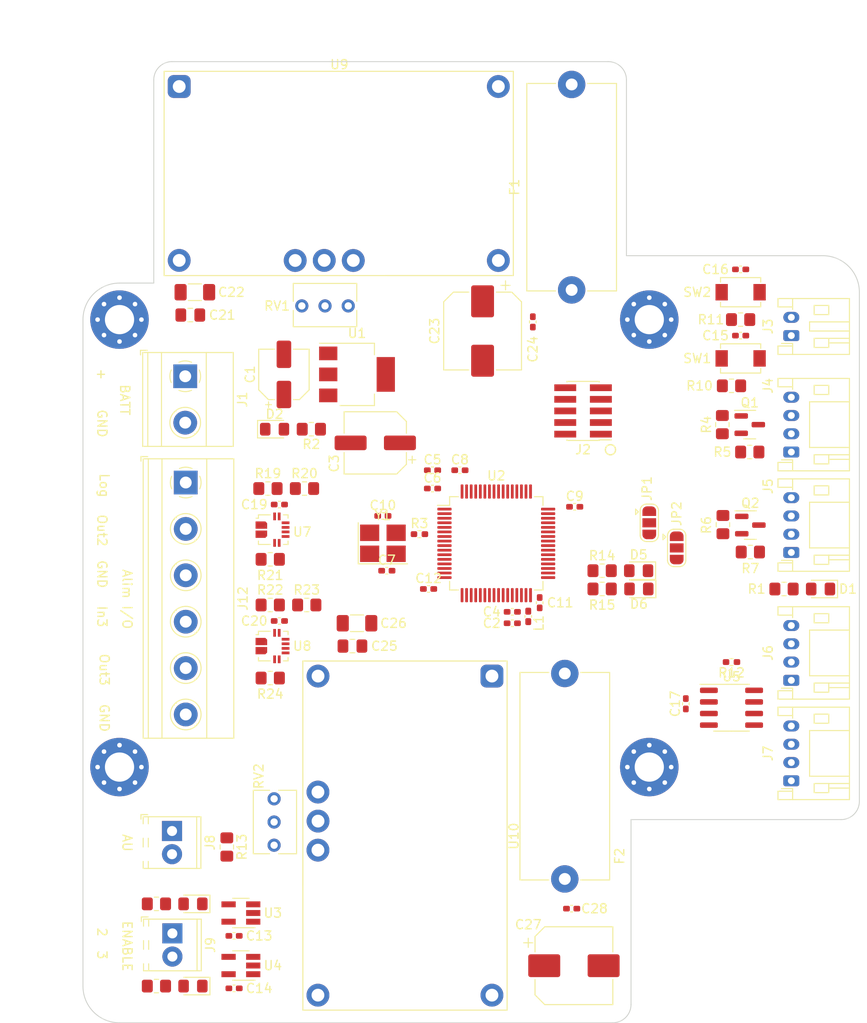
<source format=kicad_pcb>
(kicad_pcb (version 20221018) (generator pcbnew)
  (layers (0 "F.Cu" signal) (31 "B.Cu" signal) (34 "B.Paste" user) (35 "F.Paste" user) (36 "B.SilkS" user "B.Silkscreen") (37 "F.SilkS" user "F.Silkscreen") (38 "B.Mask" user) (39 "F.Mask" user) (44 "Edge.Cuts" user))
  (net 0 "")
  (net 1 "+5V")
  (net 2 "GND")
  (net 3 "+3.3VA")
  (net 4 "+3.3V")
  (net 5 "OSC_IN")
  (net 6 "Net-(C10-Pad1)")
  (net 7 "RESET")
  (net 8 "BOOT0")
  (net 9 "+12V")
  (net 10 "Net-(U9-VO)")
  (net 11 "Net-(U10-VO)")
  (net 12 "Net-(D1-A)")
  (net 13 "Net-(D2-A)")
  (net 14 "Net-(D3-A)")
  (net 15 "Net-(D4-A)")
  (net 16 "Net-(D5-A)")
  (net 17 "Net-(D6-A)")
  (net 19 "/Alim 2/ALIM_OUT")
  (net 20 "SWDIO")
  (net 21 "SWCLK")
  (net 22 "SWO")
  (net 25 "SCL_5")
  (net 26 "SDA_5")
  (net 27 "Net-(J6-Pin_2)")
  (net 28 "Net-(J6-Pin_3)")
  (net 29 "AU")
  (net 30 "EN_ALIM_2")
  (net 31 "EN_ALIM_3")
  (net 32 "AlimOut2")
  (net 33 "AlimOut3")
  (net 34 "Alim3")
  (net 35 "ADD1")
  (net 36 "ADD2")
  (net 37 "SDA_33")
  (net 38 "SCL_33")
  (net 39 "HEART_BEAT")
  (net 40 "OSC_OUT")
  (net 41 "Net-(U5-S)")
  (net 42 "AU_OK")
  (net 43 "AU_KO")
  (net 46 "ANA_VOLT_2")
  (net 47 "FAULT_2")
  (net 48 "ANA_VOLT_3")
  (net 49 "FAULT_3")
  (net 50 "Net-(U9-VO_Adj)")
  (net 51 "Net-(U10-VO_Adj)")
  (net 58 "ANA_CURRENT_2")
  (net 59 "ANA_CURRENT_3")
  (net 62 "PIL_ALIM_2")
  (net 63 "PIL_ALIM_3")
  (net 70 "RX_CAN")
  (net 71 "TX_CAN")
  (net 90 "/Alim 1/EN")
  (footprint "Connector_JST:JST_PH_S4B-PH-K_1x04_P2.00mm_Horizontal" (layer "F.Cu") (at 146.55 123.5 90)
    (fp_text reference "J7" (at 3 -2.55 90) (layer "F.SilkS"))
    (fp_text value "CAN2")
    (pad "1" thru_hole roundrect (at 0 0 90) (size 1.2 1.75) (drill 0.75) (layers "*.Cu" "*.Mask") (roundrect_rratio 0.208333) (net 1 "+5V"))
    (pad "2" thru_hole oval (at 2 0 90) (size 1.2 1.75) (drill 0.75) (layers "*.Cu" "*.Mask") (net 27 "Net-(J6-Pin_2)"))
    (pad "3" thru_hole oval (at 4 0 90) (size 1.2 1.75) (drill 0.75) (layers "*.Cu" "*.Mask") (net 28 "Net-(J6-Pin_3)"))
    (pad "4" thru_hole oval (at 6 0 90) (size 1.2 1.75) (drill 0.75) (layers "*.Cu" "*.Mask") (net 2 "GND"))
  )
  (footprint "Capacitor_SMD:CP_Elec_8x10" (layer "F.Cu") (at 112.75 74.25 -90)
    (fp_text reference "C23" (at 0 5.25 90) (layer "F.SilkS"))
    (fp_text value "330u")
    (pad "1" smd roundrect (at -3.25 0 270) (size 3.5 2.5) (layers "F.Cu" "F.Paste" "F.Mask") (roundrect_rratio 0.1) (net 10 "Net-(U9-VO)"))
    (pad "2" smd roundrect (at 3.25 0 270) (size 3.5 2.5) (layers "F.Cu" "F.Paste" "F.Mask") (roundrect_rratio 0.1) (net 2 "GND"))
  )
  (footprint "LED_SMD:LED_0805_2012Metric_Pad1.15x1.40mm_HandSolder" (layer "F.Cu") (at 89.975 85)
    (fp_text reference "D2" (at 0 -1.65) (layer "F.SilkS"))
    (fp_text value "Green")
    (pad "1" smd roundrect (at -1.025 0) (size 1.15 1.4) (layers "F.Cu" "F.Paste" "F.Mask") (roundrect_rratio 0.217391) (net 2 "GND"))
    (pad "2" smd roundrect (at 1.025 0) (size 1.15 1.4) (layers "F.Cu" "F.Paste" "F.Mask") (roundrect_rratio 0.217391) (net 13 "Net-(D2-A)"))
  )
  (footprint "TerminalBlock_Phoenix:TerminalBlock_Phoenix_MKDS-1,5-2-5.08_1x02_P5.08mm_Horizontal" (layer "F.Cu") (at 80.195 79.205 -90)
    (fp_text reference "J1" (at 2.54 -6.26 90) (layer "F.SilkS"))
    (fp_text value "BATT")
    (pad "1" thru_hole rect (at 0 0 270) (size 2.6 2.6) (drill 1.3) (layers "*.Cu" "*.Mask") (net 9 "+12V"))
    (pad "2" thru_hole circle (at 5.08 0 270) (size 2.6 2.6) (drill 1.3) (layers "*.Cu" "*.Mask") (net 2 "GND"))
  )
  (footprint "Fuse:Fuseholder_Cylinder-5x20mm_Schurter_0031_8201_Horizontal_Open" (layer "F.Cu") (at 122.5 47.25 -90)
    (fp_text reference "F1" (at 11.25 6.25 90) (layer "F.SilkS"))
    (fp_text value "6A")
    (pad "" np_thru_hole circle (at 11.25 0 270) (size 2.7 2.7) (drill 2.7) (layers "*.Cu" "*.Mask"))
    (pad "1" thru_hole circle (at 0 0 270) (size 3 3) (drill 1.3) (layers "*.Cu" "*.Mask") (net 1 "+5V"))
    (pad "2" thru_hole circle (at 22.5 0 270) (size 3 3) (drill 1.3) (layers "*.Cu" "*.Mask") (net 10 "Net-(U9-VO)"))
  )
  (footprint "Capacitor_SMD:C_1206_3216Metric_Pad1.33x1.80mm_HandSolder" (layer "F.Cu") (at 81.25 70)
    (fp_text reference "C22" (at 4 0) (layer "F.SilkS"))
    (fp_text value "2.2u")
    (pad "1" smd roundrect (at -1.5625 0) (size 1.325 1.8) (layers "F.Cu" "F.Paste" "F.Mask") (roundrect_rratio 0.188679) (net 9 "+12V"))
    (pad "2" smd roundrect (at 1.5625 0) (size 1.325 1.8) (layers "F.Cu" "F.Paste" "F.Mask") (roundrect_rratio 0.188679) (net 2 "GND"))
  )
  (footprint "Package_TO_SOT_SMD:SOT-23" (layer "F.Cu") (at 142.0625 95.5)
    (fp_text reference "Q2" (at 0 -2.4) (layer "F.SilkS"))
    (fp_text value "BSS138")
    (pad "1" smd roundrect (at -0.9375 -0.95) (size 1.475 0.6) (layers "F.Cu" "F.Paste" "F.Mask") (net 4 "+3.3V"))
    (pad "2" smd roundrect (at -0.9375 0.95) (size 1.475 0.6) (layers "F.Cu" "F.Paste" "F.Mask") (net 38 "SCL_33"))
    (pad "3" smd roundrect (at 0.9375 0) (size 1.475 0.6) (layers "F.Cu" "F.Paste" "F.Mask") (net 25 "SCL_5"))
  )
  (footprint "Package_TO_SOT_SMD:SOT-23-5_HandSoldering" (layer "F.Cu") (at 86.29 143.73 180)
    (fp_text reference "U4" (at -3.5 0) (layer "F.SilkS"))
    (fp_text value "74LVC1G02")
    (pad "1" smd rect (at -1.35 -0.95 180) (size 1.56 0.65) (layers "F.Cu" "F.Paste" "F.Mask") (net 29 "AU"))
    (pad "2" smd rect (at -1.35 0 180) (size 1.56 0.65) (layers "F.Cu" "F.Paste" "F.Mask") (net 63 "PIL_ALIM_3"))
    (pad "3" smd rect (at -1.35 0.95 180) (size 1.56 0.65) (layers "F.Cu" "F.Paste" "F.Mask") (net 2 "GND"))
    (pad "4" smd rect (at 1.35 0.95 180) (size 1.56 0.65) (layers "F.Cu" "F.Paste" "F.Mask") (net 31 "EN_ALIM_3"))
    (pad "5" smd rect (at 1.35 -0.95 180) (size 1.56 0.65) (layers "F.Cu" "F.Paste" "F.Mask") (net 4 "+3.3V"))
  )
  (footprint "Resistor_SMD:R_0805_2012Metric_Pad1.20x1.40mm_HandSolder" (layer "F.Cu") (at 94 85 180)
    (fp_text reference "R2" (at 0 -1.65) (layer "F.SilkS"))
    (fp_text value "68")
    (pad "1" smd roundrect (at -1 0 180) (size 1.2 1.4) (layers "F.Cu" "F.Paste" "F.Mask") (roundrect_rratio 0.208333) (net 4 "+3.3V"))
    (pad "2" smd roundrect (at 1 0 180) (size 1.2 1.4) (layers "F.Cu" "F.Paste" "F.Mask") (roundrect_rratio 0.208333) (net 13 "Net-(D2-A)"))
  )
  (footprint "ARIG:Texas_EUK_R-PDSS-T7_THT" (layer "F.Cu") (at 113.775 112.035 -90)
    (fp_text reference "U10" (at 17.53 -2.4 -90) (layer "F.SilkS"))
    (fp_text value "PTN78020W_EUK-7")
    (pad "1" thru_hole roundrect (at 0 0 270) (size 2.5 2.5) (drill 1.4) (layers "*.Cu" "*.Mask") (net 2 "GND"))
    (pad "2" thru_hole circle (at 0 19.04 270) (size 2.5 2.5) (drill 1.4) (layers "*.Cu" "*.Mask") (net 9 "+12V"))
    (pad "3" thru_hole circle (at 12.7 19.05 270) (size 2.5 2.5) (drill 1.4) (layers "*.Cu" "*.Mask") (net 30 "EN_ALIM_2"))
    (pad "4" thru_hole circle (at 15.88 19.04 270) (size 2.5 2.5) (drill 1.4) (layers "*.Cu" "*.Mask") (net 51 "Net-(U10-VO_Adj)"))
    (pad "5" thru_hole circle (at 19.06 19.05 270) (size 2.5 2.5) (drill 1.4) (layers "*.Cu" "*.Mask") (net 11 "Net-(U10-VO)"))
    (pad "6" thru_hole circle (at 34.94 19.05 270) (size 2.5 2.5) (drill 1.4) (layers "*.Cu" "*.Mask") (net 11 "Net-(U10-VO)"))
    (pad "7" thru_hole circle (at 34.94 0 270) (size 2.5 2.5) (drill 1.4) (layers "*.Cu" "*.Mask") (net 2 "GND"))
  )
  (footprint "TerminalBlock_Phoenix:TerminalBlock_Phoenix_MPT-0,5-2-2.54_1x02_P2.54mm_Horizontal" (layer "F.Cu") (at 78.79 140.21 -90)
    (fp_text reference "J9" (at 1.27 -4.16 90) (layer "F.SilkS"))
    (fp_text value "Conn AU")
    (pad "" np_thru_hole circle (at 0 2.54 270) (size 1.1 1.1) (drill 1.1) (layers "*.Cu" "*.Mask"))
    (pad "" np_thru_hole circle (at 2.54 2.54 270) (size 1.1 1.1) (drill 1.1) (layers "*.Cu" "*.Mask"))
    (pad "1" thru_hole rect (at 0 0 270) (size 2.2 2.2) (drill 1.1) (layers "*.Cu" "*.Mask") (net 30 "EN_ALIM_2"))
    (pad "2" thru_hole circle (at 2.54 0 270) (size 2.2 2.2) (drill 1.1) (layers "*.Cu" "*.Mask") (net 31 "EN_ALIM_3"))
  )
  (footprint "Package_TO_SOT_SMD:SOT-23" (layer "F.Cu") (at 142 84.5)
    (fp_text reference "Q1" (at 0 -2.4) (layer "F.SilkS"))
    (fp_text value "BSS138")
    (pad "1" smd roundrect (at -0.9375 -0.95) (size 1.475 0.6) (layers "F.Cu" "F.Paste" "F.Mask") (net 4 "+3.3V"))
    (pad "2" smd roundrect (at -0.9375 0.95) (size 1.475 0.6) (layers "F.Cu" "F.Paste" "F.Mask") (net 37 "SDA_33"))
    (pad "3" smd roundrect (at 0.9375 0) (size 1.475 0.6) (layers "F.Cu" "F.Paste" "F.Mask") (net 26 "SDA_5"))
  )
  (footprint "Resistor_SMD:R_0805_2012Metric_Pad1.20x1.40mm_HandSolder" (layer "F.Cu") (at 140 80.25)
    (fp_text reference "R10" (at -3.5 0) (layer "F.SilkS"))
    (fp_text value "10k")
    (pad "1" smd roundrect (at -1 0) (size 1.2 1.4) (layers "F.Cu" "F.Paste" "F.Mask") (roundrect_rratio 0.208333) (net 4 "+3.3V"))
    (pad "2" smd roundrect (at 1 0) (size 1.2 1.4) (layers "F.Cu" "F.Paste" "F.Mask") (roundrect_rratio 0.208333) (net 7 "RESET"))
  )
  (footprint "Package_SO:SOIC-8_3.9x4.9mm_P1.27mm" (layer "F.Cu") (at 140 115.5)
    (fp_text reference "U5" (at 0 -3.4) (layer "F.SilkS"))
    (fp_text value "MCP2558FD-xSN")
    (pad "1" smd roundrect (at -2.475 -1.905) (size 1.95 0.6) (layers "F.Cu" "F.Paste" "F.Mask") (net 71 "TX_CAN"))
    (pad "2" smd roundrect (at -2.475 -0.635) (size 1.95 0.6) (layers "F.Cu" "F.Paste" "F.Mask") (net 2 "GND"))
    (pad "3" smd roundrect (at -2.475 0.635) (size 1.95 0.6) (layers "F.Cu" "F.Paste" "F.Mask") (net 1 "+5V"))
    (pad "4" smd roundrect (at -2.475 1.905) (size 1.95 0.6) (layers "F.Cu" "F.Paste" "F.Mask") (net 70 "RX_CAN"))
    (pad "5" smd roundrect (at 2.475 1.905) (size 1.95 0.6) (layers "F.Cu" "F.Paste" "F.Mask") (net 4 "+3.3V"))
    (pad "6" smd roundrect (at 2.475 0.635) (size 1.95 0.6) (layers "F.Cu" "F.Paste" "F.Mask") (net 28 "Net-(J6-Pin_3)"))
    (pad "7" smd roundrect (at 2.475 -0.635) (size 1.95 0.6) (layers "F.Cu" "F.Paste" "F.Mask") (net 27 "Net-(J6-Pin_2)"))
    (pad "8" smd roundrect (at 2.475 -1.905) (size 1.95 0.6) (layers "F.Cu" "F.Paste" "F.Mask") (net 41 "Net-(U5-S)"))
  )
  (footprint "TerminalBlock_Phoenix:TerminalBlock_Phoenix_MKDS-1,5-6-5.08_1x06_P5.08mm_Horizontal" (layer "F.Cu") (at 80.25 90.84 -90)
    (fp_text reference "J12" (at 12.7 -6.26 90) (layer "F.SilkS"))
    (fp_text value "Alim I/O")
    (pad "1" thru_hole rect (at 0 0 270) (size 2.6 2.6) (drill 1.3) (layers "*.Cu" "*.Mask") (net 1 "+5V"))
    (pad "2" thru_hole circle (at 5.08 0 270) (size 2.6 2.6) (drill 1.3) (layers "*.Cu" "*.Mask") (net 32 "AlimOut2"))
    (pad "3" thru_hole circle (at 10.16 0 270) (size 2.6 2.6) (drill 1.3) (layers "*.Cu" "*.Mask") (net 2 "GND"))
    (pad "4" thru_hole circle (at 15.24 0 270) (size 2.6 2.6) (drill 1.3) (layers "*.Cu" "*.Mask") (net 34 "Alim3"))
    (pad "5" thru_hole circle (at 20.32 0 270) (size 2.6 2.6) (drill 1.3) (layers "*.Cu" "*.Mask") (net 33 "AlimOut3"))
    (pad "6" thru_hole circle (at 25.4 0 270) (size 2.6 2.6) (drill 1.3) (layers "*.Cu" "*.Mask") (net 2 "GND"))
  )
  (footprint "ARIG:Texas_EUK_R-PDSS-T7_THT" (layer "F.Cu") (at 79.535 47.475)
    (fp_text reference "U9" (at 17.53 -2.4) (layer "F.SilkS"))
    (fp_text value "PTN78020W_EUK-7")
    (pad "1" thru_hole roundrect (at 0 0) (size 2.5 2.5) (drill 1.4) (layers "*.Cu" "*.Mask") (net 2 "GND"))
    (pad "2" thru_hole circle (at 0 19.04) (size 2.5 2.5) (drill 1.4) (layers "*.Cu" "*.Mask") (net 9 "+12V"))
    (pad "3" thru_hole circle (at 12.7 19.05) (size 2.5 2.5) (drill 1.4) (layers "*.Cu" "*.Mask") (net 90 "/Alim 1/EN"))
    (pad "4" thru_hole circle (at 15.88 19.04) (size 2.5 2.5) (drill 1.4) (layers "*.Cu" "*.Mask") (net 50 "Net-(U9-VO_Adj)"))
    (pad "5" thru_hole circle (at 19.06 19.05) (size 2.5 2.5) (drill 1.4) (layers "*.Cu" "*.Mask") (net 10 "Net-(U9-VO)"))
    (pad "6" thru_hole circle (at 34.94 19.05) (size 2.5 2.5) (drill 1.4) (layers "*.Cu" "*.Mask") (net 10 "Net-(U9-VO)"))
    (pad "7" thru_hole circle (at 34.94 0) (size 2.5 2.5) (drill 1.4) (layers "*.Cu" "*.Mask") (net 2 "GND"))
  )
  (footprint "Potentiometer_THT:Potentiometer_Bourns_3266Y_Vertical" (layer "F.Cu") (at 89.925 125.475 90)
    (fp_text reference "RV2" (at 2.475 -1.675 90) (layer "F.SilkS"))
    (fp_text value "1M")
    (pad "1" thru_hole circle (at 0 0 90) (size 1.44 1.44) (drill 0.8) (layers "*.Cu" "*.Mask") (net 9 "+12V"))
    (pad "2" thru_hole circle (at -2.54 0 90) (size 1.44 1.44) (drill 0.8) (layers "*.Cu" "*.Mask") (net 51 "Net-(U10-VO_Adj)"))
    (pad "3" thru_hole circle (at -5.08 0 90) (size 1.44 1.44) (drill 0.8) (layers "*.Cu" "*.Mask") (net 2 "GND"))
  )
  (footprint "LED_SMD:LED_0805_2012Metric_Pad1.15x1.40mm_HandSolder" (layer "F.Cu") (at 81.04 136.98 180)
    (fp_text reference "D3" hide)
    (fp_text value "Green")
    (pad "1" smd roundrect (at -1.025 0 180) (size 1.15 1.4) (layers "F.Cu" "F.Paste" "F.Mask") (roundrect_rratio 0.217391) (net 2 "GND"))
    (pad "2" smd roundrect (at 1.025 0 180) (size 1.15 1.4) (layers "F.Cu" "F.Paste" "F.Mask") (roundrect_rratio 0.217391) (net 14 "Net-(D3-A)"))
  )
  (footprint "Resistor_SMD:R_0805_2012Metric_Pad1.20x1.40mm_HandSolder" (layer "F.Cu") (at 77.04 136.98)
    (fp_text reference "R8" hide)
    (fp_text value "68")
    (pad "1" smd roundrect (at -1 0) (size 1.2 1.4) (layers "F.Cu" "F.Paste" "F.Mask") (roundrect_rratio 0.208333) (net 30 "EN_ALIM_2"))
    (pad "2" smd roundrect (at 1 0) (size 1.2 1.4) (layers "F.Cu" "F.Paste" "F.Mask") (roundrect_rratio 0.208333) (net 14 "Net-(D3-A)"))
  )
  (footprint "Resistor_SMD:R_0805_2012Metric_Pad1.20x1.40mm_HandSolder" (layer "F.Cu") (at 142 87.5)
    (fp_text reference "R5" (at -3 0) (layer "F.SilkS"))
    (fp_text value "10k")
    (pad "1" smd roundrect (at -1 0) (size 1.2 1.4) (layers "F.Cu" "F.Paste" "F.Mask") (roundrect_rratio 0.208333) (net 1 "+5V"))
    (pad "2" smd roundrect (at 1 0) (size 1.2 1.4) (layers "F.Cu" "F.Paste" "F.Mask") (roundrect_rratio 0.208333) (net 26 "SDA_5"))
  )
  (footprint "Capacitor_SMD:C_0402_1005Metric_Pad0.74x0.62mm_HandSolder" (layer "F.Cu") (at 116 105 180)
    (fp_text reference "C4" (at 2.25 0) (layer "F.SilkS"))
    (fp_text value "10n")
    (pad "1" smd roundrect (at -0.5675 0 180) (size 0.735 0.62) (layers "F.Cu" "F.Paste" "F.Mask") (net 3 "+3.3VA"))
    (pad "2" smd roundrect (at 0.5675 0 180) (size 0.735 0.62) (layers "F.Cu" "F.Paste" "F.Mask") (net 2 "GND"))
  )
  (footprint "Capacitor_SMD:C_0402_1005Metric_Pad0.74x0.62mm_HandSolder" (layer "F.Cu") (at 101.835 94.495)
    (fp_text reference "C10" (at 0 -1.16) (layer "F.SilkS"))
    (fp_text value "12p")
    (pad "1" smd roundrect (at -0.5675 0) (size 0.735 0.62) (layers "F.Cu" "F.Paste" "F.Mask") (net 6 "Net-(C10-Pad1)"))
    (pad "2" smd roundrect (at 0.5675 0) (size 0.735 0.62) (layers "F.Cu" "F.Paste" "F.Mask") (net 2 "GND"))
  )
  (footprint "Resistor_SMD:R_0805_2012Metric_Pad1.20x1.40mm_HandSolder" (layer "F.Cu") (at 89.5 99.25)
    (fp_text reference "R21" (at 0 1.75) (layer "F.SilkS"))
    (fp_text value "10k")
    (pad "1" smd roundrect (at -1 0) (size 1.2 1.4) (layers "F.Cu" "F.Paste" "F.Mask") (roundrect_rratio 0.208333) (net 4 "+3.3V"))
    (pad "2" smd roundrect (at 1 0) (size 1.2 1.4) (layers "F.Cu" "F.Paste" "F.Mask") (roundrect_rratio 0.208333) (net 47 "FAULT_2"))
  )
  (footprint "LED_SMD:LED_0805_2012Metric_Pad1.15x1.40mm_HandSolder" (layer "F.Cu") (at 149.75 102.5 180)
    (fp_text reference "D1" (at -3 0) (layer "F.SilkS"))
    (fp_text value "Green")
    (pad "1" smd roundrect (at -1.025 0 180) (size 1.15 1.4) (layers "F.Cu" "F.Paste" "F.Mask") (roundrect_rratio 0.217391) (net 2 "GND"))
    (pad "2" smd roundrect (at 1.025 0 180) (size 1.15 1.4) (layers "F.Cu" "F.Paste" "F.Mask") (roundrect_rratio 0.217391) (net 12 "Net-(D1-A)"))
  )
  (footprint "Capacitor_SMD:C_0805_2012Metric_Pad1.18x1.45mm_HandSolder" (layer "F.Cu") (at 80.75 72.5)
    (fp_text reference "C21" (at 3.5 0) (layer "F.SilkS"))
    (fp_text value "1u")
    (pad "1" smd roundrect (at -1.0375 0) (size 1.175 1.45) (layers "F.Cu" "F.Paste" "F.Mask") (roundrect_rratio 0.212766) (net 9 "+12V"))
    (pad "2" smd roundrect (at 1.0375 0) (size 1.175 1.45) (layers "F.Cu" "F.Paste" "F.Mask") (roundrect_rratio 0.212766) (net 2 "GND"))
  )
  (footprint "MountingHole:MountingHole_3.2mm_M3_Pad_Via" (layer "F.Cu") (at 73 122)
    (fp_text reference "H3" hide)
    (fp_text value "MountingHole_Pad")
    (pad "1" thru_hole circle (at -2.4 0) (size 0.8 0.8) (drill 0.5) (layers "*.Cu" "*.Mask") (net 2 "GND"))
    (pad "1" thru_hole circle (at -1.697056 -1.697056) (size 0.8 0.8) (drill 0.5) (layers "*.Cu" "*.Mask") (net 2 "GND"))
    (pad "1" thru_hole circle (at -1.697056 1.697056) (size 0.8 0.8) (drill 0.5) (layers "*.Cu" "*.Mask") (net 2 "GND"))
    (pad "1" thru_hole circle (at 0 -2.4) (size 0.8 0.8) (drill 0.5) (layers "*.Cu" "*.Mask") (net 2 "GND"))
    (pad "1" thru_hole circle (at 0 0) (size 6.4 6.4) (drill 3.2) (layers "*.Cu" "*.Mask") (net 2 "GND"))
    (pad "1" thru_hole circle (at 0 2.4) (size 0.8 0.8) (drill 0.5) (layers "*.Cu" "*.Mask") (net 2 "GND"))
    (pad "1" thru_hole circle (at 1.697056 -1.697056) (size 0.8 0.8) (drill 0.5) (layers "*.Cu" "*.Mask") (net 2 "GND"))
    (pad "1" thru_hole circle (at 1.697056 1.697056) (size 0.8 0.8) (drill 0.5) (layers "*.Cu" "*.Mask") (net 2 "GND"))
    (pad "1" thru_hole circle (at 2.4 0) (size 0.8 0.8) (drill 0.5) (layers "*.Cu" "*.Mask") (net 2 "GND"))
  )
  (footprint "Resistor_SMD:R_0805_2012Metric_Pad1.20x1.40mm_HandSolder" (layer "F.Cu") (at 139 84.5 -90)
    (fp_text reference "R4" (at 0 1.75 90) (layer "F.SilkS"))
    (fp_text value "10k")
    (pad "1" smd roundrect (at -1 0 270) (size 1.2 1.4) (layers "F.Cu" "F.Paste" "F.Mask") (roundrect_rratio 0.208333) (net 4 "+3.3V"))
    (pad "2" smd roundrect (at 1 0 270) (size 1.2 1.4) (layers "F.Cu" "F.Paste" "F.Mask") (roundrect_rratio 0.208333) (net 37 "SDA_33"))
  )
  (footprint "Capacitor_SMD:C_0402_1005Metric_Pad0.74x0.62mm_HandSolder" (layer "F.Cu") (at 118.25 73.25 -90)
    (fp_text reference "C24" (at 3 0 90) (layer "F.SilkS"))
    (fp_text value "1u")
    (pad "1" smd roundrect (at -0.5675 0 270) (size 0.735 0.62) (layers "F.Cu" "F.Paste" "F.Mask") (net 10 "Net-(U9-VO)"))
    (pad "2" smd roundrect (at 0.5675 0 270) (size 0.735 0.62) (layers "F.Cu" "F.Paste" "F.Mask") (net 2 "GND"))
  )
  (footprint "Capacitor_SMD:C_0402_1005Metric_Pad0.74x0.62mm_HandSolder" (layer "F.Cu") (at 85.54 146.23)
    (fp_text reference "C14" (at 2.75 0) (layer "F.SilkS"))
    (fp_text value "100n")
    (pad "1" smd roundrect (at -0.5675 0) (size 0.735 0.62) (layers "F.Cu" "F.Paste" "F.Mask") (net 4 "+3.3V"))
    (pad "2" smd roundrect (at 0.5675 0) (size 0.735 0.62) (layers "F.Cu" "F.Paste" "F.Mask") (net 2 "GND"))
  )
  (footprint "Connector_JST:JST_PH_S4B-PH-K_1x04_P2.00mm_Horizontal" (layer "F.Cu") (at 146.55 112.5 90)
    (fp_text reference "J6" (at 3 -2.55 90) (layer "F.SilkS"))
    (fp_text value "CAN1")
    (pad "1" thru_hole roundrect (at 0 0 90) (size 1.2 1.75) (drill 0.75) (layers "*.Cu" "*.Mask") (roundrect_rratio 0.208333) (net 1 "+5V"))
    (pad "2" thru_hole oval (at 2 0 90) (size 1.2 1.75) (drill 0.75) (layers "*.Cu" "*.Mask") (net 27 "Net-(J6-Pin_2)"))
    (pad "3" thru_hole oval (at 4 0 90) (size 1.2 1.75) (drill 0.75) (layers "*.Cu" "*.Mask") (net 28 "Net-(J6-Pin_3)"))
    (pad "4" thru_hole oval (at 6 0 90) (size 1.2 1.75) (drill 0.75) (layers "*.Cu" "*.Mask") (net 2 "GND"))
  )
  (footprint "Capacitor_SMD:C_0402_1005Metric_Pad0.74x0.62mm_HandSolder" (layer "F.Cu") (at 106.835 102.495)
    (fp_text reference "C12" (at 0 -1.16) (layer "F.SilkS"))
    (fp_text value "100n")
    (pad "1" smd roundrect (at -0.5675 0) (size 0.735 0.62) (layers "F.Cu" "F.Paste" "F.Mask") (net 4 "+3.3V"))
    (pad "2" smd roundrect (at 0.5675 0) (size 0.735 0.62) (layers "F.Cu" "F.Paste" "F.Mask") (net 2 "GND"))
  )
  (footprint "LED_SMD:LED_0805_2012Metric_Pad1.15x1.40mm_HandSolder" (layer "F.Cu") (at 129.86 102.495 180)
    (fp_text reference "D6" (at 0 -1.65) (layer "F.SilkS"))
    (fp_text value "Red")
    (pad "1" smd roundrect (at -1.025 0 180) (size 1.15 1.4) (layers "F.Cu" "F.Paste" "F.Mask") (roundrect_rratio 0.217391) (net 2 "GND"))
    (pad "2" smd roundrect (at 1.025 0 180) (size 1.15 1.4) (layers "F.Cu" "F.Paste" "F.Mask") (roundrect_rratio 0.217391) (net 17 "Net-(D6-A)"))
  )
  (footprint "LED_SMD:LED_0805_2012Metric_Pad1.15x1.40mm_HandSolder" (layer "F.Cu") (at 129.835 100.495 180)
    (fp_text reference "D5" (at 0 1.745) (layer "F.SilkS"))
    (fp_text value "Green")
    (pad "1" smd roundrect (at -1.025 0 180) (size 1.15 1.4) (layers "F.Cu" "F.Paste" "F.Mask") (roundrect_rratio 0.217391) (net 2 "GND"))
    (pad "2" smd roundrect (at 1.025 0 180) (size 1.15 1.4) (layers "F.Cu" "F.Paste" "F.Mask") (roundrect_rratio 0.217391) (net 16 "Net-(D5-A)"))
  )
  (footprint "Resistor_SMD:R_0805_2012Metric_Pad1.20x1.40mm_HandSolder" (layer "F.Cu") (at 125.835 100.495)
    (fp_text reference "R14" (at 0 -1.65) (layer "F.SilkS"))
    (fp_text value "68")
    (pad "1" smd roundrect (at -1 0) (size 1.2 1.4) (layers "F.Cu" "F.Paste" "F.Mask") (roundrect_rratio 0.208333) (net 42 "AU_OK"))
    (pad "2" smd roundrect (at 1 0) (size 1.2 1.4) (layers "F.Cu" "F.Paste" "F.Mask") (roundrect_rratio 0.208333) (net 16 "Net-(D5-A)"))
  )
  (footprint "Resistor_SMD:R_0402_1005Metric_Pad0.72x0.64mm_HandSolder" (layer "F.Cu") (at 105.835 96.495)
    (fp_text reference "R3" (at 0 -1.17) (layer "F.SilkS"))
    (fp_text value "47")
    (pad "1" smd roundrect (at -0.5975 0) (size 0.715 0.64) (layers "F.Cu" "F.Paste" "F.Mask") (net 40 "OSC_OUT"))
    (pad "2" smd roundrect (at 0.5975 0) (size 0.715 0.64) (layers "F.Cu" "F.Paste" "F.Mask") (net 6 "Net-(C10-Pad1)"))
  )
  (footprint "Package_TO_SOT_SMD:SOT-223-3_TabPin2" (layer "F.Cu") (at 99 79)
    (fp_text reference "U1" (at 0 -4.5) (layer "F.SilkS"))
    (fp_text value "AMS1117-3.3")
    (pad "1" smd rect (at -3.15 -2.3) (size 2 1.5) (layers "F.Cu" "F.Paste" "F.Mask") (net 2 "GND"))
    (pad "2" smd rect (at -3.15 0) (size 2 1.5) (layers "F.Cu" "F.Paste" "F.Mask") (net 4 "+3.3V"))
    (pad "2" smd rect (at 3.15 0) (size 2 3.8) (layers "F.Cu" "F.Paste" "F.Mask") (net 4 "+3.3V"))
    (pad "3" smd rect (at -3.15 2.3) (size 2 1.5) (layers "F.Cu" "F.Paste" "F.Mask") (net 1 "+5V"))
  )
  (footprint "Sensor_Current:Allegro_QFN-12-10-1EP_3x3mm_P0.5mm" (layer "F.Cu") (at 89.75 96)
    (fp_text reference "U7" (at 3.25 0.25) (layer "F.SilkS"))
    (fp_text value "ACS711xEXLT-15AB")
    (pad "1" smd rect (at -1.32 -0.5) (size 1.07 0.8) (layers "F.Cu" "F.Paste" "F.Mask") (net 19 "/Alim 2/ALIM_OUT"))
    (pad "1" smd rect (at -0.785 -0.7 45) (size 0.2828 0.2828) (layers "F.Cu" "F.Paste" "F.Mask") (net 19 "/Alim 2/ALIM_OUT"))
    (pad "1" smd rect (at -0.685 -0.4) (size 0.2 0.6) (layers "F.Cu" "F.Paste" "F.Mask") (net 19 "/Alim 2/ALIM_OUT"))
    (pad "2" smd rect (at -1.32 0.5) (size 1.07 0.8) (layers "F.Cu" "F.Paste" "F.Mask") (net 32 "AlimOut2"))
    (pad "2" smd rect (at -0.785 0.7 45) (size 0.2828 0.2828) (layers "F.Cu" "F.Paste" "F.Mask") (net 32 "AlimOut2"))
    (pad "2" smd rect (at -0.685 0.4) (size 0.2 0.6) (layers "F.Cu" "F.Paste" "F.Mask") (net 32 "AlimOut2"))
    (pad "3" smd rect (at 0.23 1.45) (size 0.3 0.85) (layers "F.Cu" "F.Paste" "F.Mask") (net 2 "GND"))
    (pad "4" smd rect (at 0.73 1.45) (size 0.3 0.85) (layers "F.Cu" "F.Paste" "F.Mask") (net 47 "FAULT_2"))
    (pad "5" smd rect (at 1.43 0.75) (size 0.85 0.3) (layers "F.Cu" "F.Paste" "F.Mask"))
    (pad "6" smd rect (at 1.43 0.25) (size 0.85 0.3) (layers "F.Cu" "F.Paste" "F.Mask"))
    (pad "7" smd rect (at 1.43 -0.25) (size 0.85 0.3) (layers "F.Cu" "F.Paste" "F.Mask"))
    (pad "8" smd rect (at 1.43 -0.75) (size 0.85 0.3) (layers "F.Cu" "F.Paste" "F.Mask"))
    (pad "9" smd rect (at 0.73 -1.45) (size 0.3 0.85) (layers "F.Cu" "F.Paste" "F.Mask") (net 58 "ANA_CURRENT_2"))
    (pad "10" smd rect (at 0.23 -1.45) (size 0.3 0.85) (layers "F.Cu" "F.Paste" "F.Mask") (net 4 "+3.3V"))
  )
  (footprint "Fuse:Fuseholder_Cylinder-5x20mm_Schurter_0031_8201_Horizontal_Open" (layer "F.Cu") (at 121.75 111.75 -90)
    (fp_text reference "F2" (at 20 -6 90) (layer "F.SilkS"))
    (fp_text value "6A")
    (pad "" np_thru_hole circle (at 11.25 0 270) (size 2.7 2.7) (drill 2.7) (layers "*.Cu" "*.Mask"))
    (pad "1" thru_hole circle (at 0 0 270) (size 3 3) (drill 1.3) (layers "*.Cu" "*.Mask") (net 19 "/Alim 2/ALIM_OUT"))
    (pad "2" thru_hole circle (at 22.5 0 270) (size 3 3) (drill 1.3) (layers "*.Cu" "*.Mask") (net 11 "Net-(U10-VO)"))
  )
  (footprint "Capacitor_SMD:C_0402_1005Metric_Pad0.74x0.62mm_HandSolder" (layer "F.Cu") (at 141 74.75 180)
    (fp_text reference "C15" (at 2.75 0) (layer "F.SilkS"))
    (fp_text value "100n")
    (pad "1" smd roundrect (at -0.5675 0 180) (size 0.735 0.62) (layers "F.Cu" "F.Paste" "F.Mask") (net 7 "RESET"))
    (pad "2" smd roundrect (at 0.5675 0 180) (size 0.735 0.62) (layers "F.Cu" "F.Paste" "F.Mask") (net 2 "GND"))
  )
  (footprint "LED_SMD:LED_0805_2012Metric_Pad1.15x1.40mm_HandSolder" (layer "F.Cu") (at 81.04 145.98 180)
    (fp_text reference "D4" hide)
    (fp_text value "Green")
    (pad "1" smd roundrect (at -1.025 0 180) (size 1.15 1.4) (layers "F.Cu" "F.Paste" "F.Mask") (roundrect_rratio 0.217391) (net 2 "GND"))
    (pad "2" smd roundrect (at 1.025 0 180) (size 1.15 1.4) (layers "F.Cu" "F.Paste" "F.Mask") (roundrect_rratio 0.217391) (net 15 "Net-(D4-A)"))
  )
  (footprint "Capacitor_SMD:CP_Elec_8x10" (layer "F.Cu") (at 122.75 143.75)
    (fp_text reference "C27" (at -5 -4.5) (layer "F.SilkS"))
    (fp_text value "330u")
    (pad "1" smd roundrect (at -3.25 0) (size 3.5 2.5) (layers "F.Cu" "F.Paste" "F.Mask") (roundrect_rratio 0.1) (net 11 "Net-(U10-VO)"))
    (pad "2" smd roundrect (at 3.25 0) (size 3.5 2.5) (layers "F.Cu" "F.Paste" "F.Mask") (roundrect_rratio 0.1) (net 2 "GND"))
  )
  (footprint "TerminalBlock_Phoenix:TerminalBlock_Phoenix_MPT-0,5-2-2.54_1x02_P2.54mm_Horizontal" (layer "F.Cu") (at 78.75 129 -90)
    (fp_text reference "J8" (at 1.27 -4.16 90) (layer "F.SilkS"))
    (fp_text value "Conn AU")
    (pad "" np_thru_hole circle (at 0 2.54 270) (size 1.1 1.1) (drill 1.1) (layers "*.Cu" "*.Mask"))
    (pad "" np_thru_hole circle (at 2.54 2.54 270) (size 1.1 1.1) (drill 1.1) (layers "*.Cu" "*.Mask"))
    (pad "1" thru_hole rect (at 0 0 270) (size 2.2 2.2) (drill 1.1) (layers "*.Cu" "*.Mask") (net 2 "GND"))
    (pad "2" thru_hole circle (at 2.54 0 270) (size 2.2 2.2) (drill 1.1) (layers "*.Cu" "*.Mask") (net 29 "AU"))
  )
  (footprint "Capacitor_SMD:C_1206_3216Metric_Pad1.33x1.80mm_HandSolder" (layer "F.Cu") (at 99 106.25)
    (fp_text reference "C26" (at 4 0) (layer "F.SilkS"))
    (fp_text value "2.2u")
    (pad "1" smd roundrect (at -1.5625 0) (size 1.325 1.8) (layers "F.Cu" "F.Paste" "F.Mask") (roundrect_rratio 0.188679) (net 9 "+12V"))
    (pad "2" smd roundrect (at 1.5625 0) (size 1.325 1.8) (layers "F.Cu" "F.Paste" "F.Mask") (roundrect_rratio 0.188679) (net 2 "GND"))
  )
  (footprint "Connector_JST:JST_PH_S4B-PH-K_1x04_P2.00mm_Horizontal" (layer "F.Cu") (at 146.55 98.5 90)
    (fp_text reference "J5" (at 7.25 -2.55 90) (layer "F.SilkS"))
    (fp_text value "I2C2_5")
    (pad "1" thru_hole roundrect (at 0 0 90) (size 1.2 1.75) (drill 0.75) (layers "*.Cu" "*.Mask") (roundrect_rratio 0.208333) (net 1 "+5V"))
    (pad "2" thru_hole oval (at 2 0 90) (size 1.2 1.75) (drill 0.75) (layers "*.Cu" "*.Mask") (net 25 "SCL_5"))
    (pad "3" thru_hole oval (at 4 0 90) (size 1.2 1.75) (drill 0.75) (layers "*.Cu" "*.Mask") (net 26 "SDA_5"))
    (pad "4" thru_hole oval (at 6 0 90) (size 1.2 1.75) (drill 0.75) (layers "*.Cu" "*.Mask") (net 2 "GND"))
  )
  (footprint "Capacitor_SMD:C_0402_1005Metric_Pad0.74x0.62mm_HandSolder" (layer "F.Cu") (at 110.2675 89.495)
    (fp_text reference "C8" (at 0 -1.16) (layer "F.SilkS"))
    (fp_text value "100n")
    (pad "1" smd roundrect (at -0.5675 0) (size 0.735 0.62) (layers "F.Cu" "F.Paste" "F.Mask") (net 4 "+3.3V"))
    (pad "2" smd roundrect (at 0.5675 0) (size 0.735 0.62) (layers "F.Cu" "F.Paste" "F.Mask") (net 2 "GND"))
  )
  (footprint "Jumper:SolderJumper-3_P1.3mm_Open_RoundedPad1.0x1.5mm" (layer "F.Cu") (at 134 98 -90)
    (fp_text reference "JP2" (at -3.75 0 90) (layer "F.SilkS"))
    (fp_text value "ADD2")
    (pad "1" smd custom (at -1.3 0 270) (size 1 0.5) (layers "F.Cu" "F.Mask") (net 4 "+3.3V") (options (clearance outline) (anchor rect)) (primitives (gr_circle (center 0 0.25) (end 0.5 0.25) (width 0) (fill yes)) (gr_circle (center 0 -0.25) (end 0.5 -0.25) (width 0) (fill yes)) (gr_poly (pts (xy 0.55 0.75) (xy 0 0.75) (xy 0 -0.75) (xy 0.55 -0.75)) (width 0) (fill yes))))
    (pad "2" smd rect (at 0 0 270) (size 1 1.5) (layers "F.Cu" "F.Mask") (net 36 "ADD2"))
    (pad "3" smd custom (at 1.3 0 270) (size 1 0.5) (layers "F.Cu" "F.Mask") (net 2 "GND") (options (clearance outline) (anchor rect)) (primitives (gr_circle (center 0 0.25) (end 0.5 0.25) (width 0) (fill yes)) (gr_circle (center 0 -0.25) (end 0.5 -0.25) (width 0) (fill yes)) (gr_poly (pts (xy 0 0.75) (xy -0.55 0.75) (xy -0.55 -0.75) (xy 0 -0.75)) (width 0) (fill yes))))
  )
  (footprint "Capacitor_SMD:CP_Elec_5x5.3" (layer "F.Cu") (at 91 79 90)
    (fp_text reference "C1" (at 0 -3.7 90) (layer "F.SilkS"))
    (fp_text value "100u")
    (pad "1" smd roundrect (at -2.2 0 90) (size 3 1.6) (layers "F.Cu" "F.Paste" "F.Mask") (roundrect_rratio 0.15625) (net 1 "+5V"))
    (pad "2" smd roundrect (at 2.2 0 90) (size 3 1.6) (layers "F.Cu" "F.Paste" "F.Mask") (roundrect_rratio 0.15625) (net 2 "GND"))
  )
  (footprint "Capacitor_SMD:CP_Elec_6.3x7.7" (layer "F.Cu") (at 101 86.5 180)
    (fp_text reference "C3" (at 4.5 -2.25 90) (layer "F.SilkS"))
    (fp_text value "330u")
    (pad "1" smd roundrect (at -2.7 0 180) (size 3.5 1.6) (layers "F.Cu" "F.Paste" "F.Mask") (roundrect_rratio 0.15625) (net 4 "+3.3V"))
    (pad "2" smd roundrect (at 2.7 0 180) (size 3.5 1.6) (layers "F.Cu" "F.Paste" "F.Mask") (roundrect_rratio 0.15625) (net 2 "GND"))
  )
  (footprint "Inductor_SMD:L_0402_1005Metric_Pad0.77x0.64mm_HandSolder" (layer "F.Cu") (at 117.75 105.5 -90)
    (fp_text reference "L1" (at 0.75 -1.17 90) (layer "F.SilkS"))
    (fp_text value "39n")
    (pad "1" smd roundrect (at -0.5725 0 270) (size 0.765 0.64) (layers "F.Cu" "F.Paste" "F.Mask") (net 4 "+3.3V"))
    (pad "2" smd roundrect (at 0.5725 0 270) (size 0.765 0.64) (layers "F.Cu" "F.Paste" "F.Mask") (net 3 "+3.3VA"))
  )
  (footprint "Sensor_Current:Allegro_QFN-12-10-1EP_3x3mm_P0.5mm" (layer "F.Cu") (at 89.75 108.75)
    (fp_text reference "U8" (at 3.25 0) (layer "F.SilkS"))
    (fp_text value "ACS711xEXLT-15AB")
    (pad "1" smd rect (at -1.32 -0.5) (size 1.07 0.8) (layers "F.Cu" "F.Paste" "F.Mask") (net 34 "Alim3"))
    (pad "1" smd rect (at -0.785 -0.7 45) (size 0.2828 0.2828) (layers "F.Cu" "F.Paste" "F.Mask") (net 34 "Alim3"))
    (pad "1" smd rect (at -0.685 -0.4) (size 0.2 0.6) (layers "F.Cu" "F.Paste" "F.Mask") (net 34 "Alim3"))
    (pad "2" smd rect (at -1.32 0.5) (size 1.07 0.8) (layers "F.Cu" "F.Paste" "F.Mask") (net 33 "AlimOut3"))
    (pad "2" smd rect (at -0.785 0.7 45) (size 0.2828 0.2828) (layers "F.Cu" "F.Paste" "F.Mask") (net 33 "AlimOut3"))
    (pad "2" smd rect (at -0.685 0.4) (size 0.2 0.6) (layers "F.Cu" "F.Paste" "F.Mask") (net 33 "AlimOut3"))
    (pad "3" smd rect (at 0.23 1.45) (size 0.3 0.85) (layers "F.Cu" "F.Paste" "F.Mask") (net 2 "GND"))
    (pad "4" smd rect (at 0.73 1.45) (size 0.3 0.85) (layers "F.Cu" "F.Paste" "F.Mask") (net 49 "FAULT_3"))
    (pad "5" smd rect (at 1.43 0.75) (size 0.85 0.3) (layers "F.Cu" "F.Paste" "F.Mask"))
    (pad "6" smd rect (at 1.43 0.25) (size 0.85 0.3) (layers "F.Cu" "F.Paste" "F.Mask"))
    (pad "7" smd rect (at 1.43 -0.25) (size 0.85 0.3) (layers "F.Cu" "F.Paste" "F.Mask"))
    (pad "8" smd rect (at 1.43 -0.75) (size 0.85 0.3) (layers "F.Cu" "F.Paste" "F.Mask"))
    (pad "9" smd rect (at 0.73 -1.45) (size 0.3 0.85) (layers "F.Cu" "F.Paste" "F.Mask") (net 59 "ANA_CURRENT_3"))
    (pad "10" smd rect (at 0.23 -1.45) (size 0.3 0.85) (layers "F.Cu" "F.Paste" "F.Mask") (net 4 "+3.3V"))
  )
  (footprint "Resistor_SMD:R_0805_2012Metric_Pad1.20x1.40mm_HandSolder" (layer "F.Cu") (at 93.25 91.5)
    (fp_text reference "R20" (at 0 -1.65) (layer "F.SilkS"))
    (fp_text value "1.8k")
    (pad "1" smd roundrect (at -1 0) (size 1.2 1.4) (layers "F.Cu" "F.Paste" "F.Mask") (roundrect_rratio 0.208333) (net 46 "ANA_VOLT_2"))
    (pad "2" smd roundrect (at 1 0) (size 1.2 1.4) (layers "F.Cu" "F.Paste" "F.Mask") (roundrect_rratio 0.208333) (net 2 "GND"))
  )
  (footprint "Capacitor_SMD:C_0402_1005Metric_Pad0.74x0.62mm_HandSolder" (layer "F.Cu") (at 107.2675 91.495)
    (fp_text reference "C6" (at 0 -1.16) (layer "F.SilkS"))
    (fp_text value "100n")
    (pad "1" smd roundrect (at -0.5675 0) (size 0.735 0.62) (layers "F.Cu" "F.Paste" "F.Mask") (net 4 "+3.3V"))
    (pad "2" smd roundrect (at 0.5675 0) (size 0.735 0.62) (layers "F.Cu" "F.Paste" "F.Mask") (net 2 "GND"))
  )
  (footprint "Resistor_SMD:R_0805_2012Metric_Pad1.20x1.40mm_HandSolder" (layer "F.Cu") (at 77.04 145.98)
    (fp_text reference "R9" hide)
    (fp_text value "68")
    (pad "1" smd roundrect (at -1 0) (size 1.2 1.4) (layers "F.Cu" "F.Paste" "F.Mask") (roundrect_rratio 0.208333) (net 31 "EN_ALIM_3"))
    (pad "2" smd roundrect (at 1 0) (size 1.2 1.4) (layers "F.Cu" "F.Paste" "F.Mask") (roundrect_rratio 0.208333) (net 15 "Net-(D4-A)"))
  )
  (footprint "Capacitor_SMD:C_0402_1005Metric_Pad0.74x0.62mm_HandSolder" (layer "F.Cu") (at 116 106.25 180)
    (fp_text reference "C2" (at 2.25 0) (layer "F.SilkS"))
    (fp_text value "1u")
    (pad "1" smd roundrect (at -0.5675 0 180) (size 0.735 0.62) (layers "F.Cu" "F.Paste" "F.Mask") (net 3 "+3.3VA"))
    (pad "2" smd roundrect (at 0.5675 0 180) (size 0.735 0.62) (layers "F.Cu" "F.Paste" "F.Mask") (net 2 "GND"))
  )
  (footprint "Capacitor_SMD:C_0402_1005Metric_Pad0.74x0.62mm_HandSolder" (layer "F.Cu") (at 122.5 137.5)
    (fp_text reference "C28" (at 2.5 0) (layer "F.SilkS"))
    (fp_text value "1u")
    (pad "1" smd roundrect (at -0.5675 0) (size 0.735 0.62) (layers "F.Cu" "F.Paste" "F.Mask") (net 11 "Net-(U10-VO)"))
    (pad "2" smd roundrect (at 0.5675 0) (size 0.735 0.62) (layers "F.Cu" "F.Paste" "F.Mask") (net 2 "GND"))
  )
  (footprint "Resistor_SMD:R_0805_2012Metric_Pad1.20x1.40mm_HandSolder" (layer "F.Cu") (at 93.5 104.25)
    (fp_text reference "R23" (at 0 -1.65) (layer "F.SilkS"))
    (fp_text value "1.8k")
    (pad "1" smd roundrect (at -1 0) (size 1.2 1.4) (layers "F.Cu" "F.Paste" "F.Mask") (roundrect_rratio 0.208333) (net 48 "ANA_VOLT_3"))
    (pad "2" smd roundrect (at 1 0) (size 1.2 1.4) (layers "F.Cu" "F.Paste" "F.Mask") (roundrect_rratio 0.208333) (net 2 "GND"))
  )
  (footprint "Package_TO_SOT_SMD:SOT-23-5_HandSoldering" (layer "F.Cu") (at 86.29 137.98 180)
    (fp_text reference "U3" (at -3.5 0) (layer "F.SilkS"))
    (fp_text value "74LVC1G02")
    (pad "1" smd rect (at -1.35 -0.95 180) (size 1.56 0.65) (layers "F.Cu" "F.Paste" "F.Mask") (net 29 "AU"))
    (pad "2" smd rect (at -1.35 0 180) (size 1.56 0.65) (layers "F.Cu" "F.Paste" "F.Mask") (net 62 "PIL_ALIM_2"))
    (pad "3" smd rect (at -1.35 0.95 180) (size 1.56 0.65) (layers "F.Cu" "F.Paste" "F.Mask") (net 2 "GND"))
    (pad "4" smd rect (at 1.35 0.95 180) (size 1.56 0.65) (layers "F.Cu" "F.Paste" "F.Mask") (net 30 "EN_ALIM_2"))
    (pad "5" smd rect (at 1.35 -0.95 180) (size 1.56 0.65) (layers "F.Cu" "F.Paste" "F.Mask") (net 4 "+3.3V"))
  )
  (footprint "Potentiometer_THT:Potentiometer_Bourns_3266Y_Vertical" (layer "F.Cu") (at 92.96 71.5 180)
    (fp_text reference "RV1" (at 2.71 0) (layer "F.SilkS"))
    (fp_text value "1M")
    (pad "1" thru_hole circle (at 0 0 180) (size 1.44 1.44) (drill 0.8) (layers "*.Cu" "*.Mask") (net 9 "+12V"))
    (pad "2" thru_hole circle (at -2.54 0 180) (size 1.44 1.44) (drill 0.8) (layers "*.Cu" "*.Mask") (net 50 "Net-(U9-VO_Adj)"))
    (pad "3" thru_hole circle (at -5.08 0 180) (size 1.44 1.44) (drill 0.8) (layers "*.Cu" "*.Mask") (net 2 "GND"))
  )
  (footprint "Resistor_SMD:R_0805_2012Metric_Pad1.20x1.40mm_HandSolder" (layer "F.Cu") (at 89.5 112.25)
    (fp_text reference "R24" (at 0 1.75) (layer "F.SilkS"))
    (fp_text value "10k")
    (pad "1" smd roundrect (at -1 0) (size 1.2 1.4) (layers "F.Cu" "F.Paste" "F.Mask") (roundrect_rratio 0.208333) (net 4 "+3.3V"))
    (pad "2" smd roundrect (at 1 0) (size 1.2 1.4) (layers "F.Cu" "F.Paste" "F.Mask") (roundrect_rratio 0.208333) (net 49 "FAULT_3"))
  )
  (footprint "Capacitor_SMD:C_0402_1005Metric_Pad0.74x0.62mm_HandSolder" (layer "F.Cu") (at 102.2675 100.495)
    (fp_text reference "C7" (at 0 -1.16) (layer "F.SilkS"))
    (fp_text value "12p")
    (pad "1" smd roundrect (at -0.5675 0) (size 0.735 0.62) (layers "F.Cu" "F.Paste" "F.Mask") (net 5 "OSC_IN"))
    (pad "2" smd roundrect (at 0.5675 0) (size 0.735 0.62) (layers "F.Cu" "F.Paste" "F.Mask") (net 2 "GND"))
  )
  (footprint "Capacitor_SMD:C_0402_1005Metric_Pad0.74x0.62mm_HandSolder" (layer "F.Cu") (at 85.54 140.48)
    (fp_text reference "C13" (at 2.75 0) (layer "F.SilkS"))
    (fp_text value "100n")
    (pad "1" smd roundrect (at -0.5675 0) (size 0.735 0.62) (layers "F.Cu" "F.Paste" "F.Mask") (net 4 "+3.3V"))
    (pad "2" smd roundrect (at 0.5675 0) (size 0.735 0.62) (layers "F.Cu" "F.Paste" "F.Mask") (net 2 "GND"))
  )
  (footprint "Resistor_SMD:R_0805_2012Metric_Pad1.20x1.40mm_HandSolder" (layer "F.Cu") (at 142.0625 98.45)
    (fp_text reference "R7" (at 0 1.8) (layer "F.SilkS"))
    (fp_text value "10k")
    (pad "1" smd roundrect (at -1 0) (size 1.2 1.4) (layers "F.Cu" "F.Paste" "F.Mask") (roundrect_rratio 0.208333) (net 1 "+5V"))
    (pad "2" smd roundrect (at 1 0) (size 1.2 1.4) (layers "F.Cu" "F.Paste" "F.Mask") (roundrect_rratio 0.208333) (net 25 "SCL_5"))
  )
  (footprint "Jumper:SolderJumper-3_P1.3mm_Open_RoundedPad1.0x1.5mm" (layer "F.Cu") (at 131 95.25 -90)
    (fp_text reference "JP1" (at -3.75 0.25 90) (layer "F.SilkS"))
    (fp_text value "ADD1")
    (pad "1" smd custom (at -1.3 0 270) (size 1 0.5) (layers "F.Cu" "F.Mask") (net 4 "+3.3V") (options (clearance outline) (anchor rect)) (primitives (gr_circle (center 0 0.25) (end 0.5 0.25) (width 0) (fill yes)) (gr_circle (center 0 -0.25) (end 0.5 -0.25) (width 0) (fill yes)) (gr_poly (pts (xy 0.55 0.75) (xy 0 0.75) (xy 0 -0.75) (xy 0.55 -0.75)) (width 0) (fill yes))))
    (pad "2" smd rect (at 0 0 270) (size 1 1.5) (layers "F.Cu" "F.Mask") (net 35 "ADD1"))
    (pad "3" smd custom (at 1.3 0 270) (size 1 0.5) (layers "F.Cu" "F.Mask") (net 2 "GND") (options (clearance outline) (anchor rect)) (primitives (gr_circle (center 0 0.25) (end 0.5 0.25) (width 0) (fill yes)) (gr_circle (center 0 -0.25) (end 0.5 -0.25) (width 0) (fill yes)) (gr_poly (pts (xy 0 0.75) (xy -0.55 0.75) (xy -0.55 -0.75) (xy 0 -0.75)) (width 0) (fill yes))))
  )
  (footprint "MountingHole:MountingHole_3.2mm_M3_Pad_Via" (layer "F.Cu") (at 131 122)
    (fp_text reference "H4" hide)
    (fp_text value "MountingHole_Pad")
    (pad "1" thru_hole circle (at -2.4 0) (size 0.8 0.8) (drill 0.5) (layers "*.Cu" "*.Mask") (net 2 "GND"))
    (pad "1" thru_hole circle (at -1.697056 -1.697056) (size 0.8 0.8) (drill 0.5) (layers "*.Cu" "*.Mask") (net 2 "GND"))
    (pad "1" thru_hole circle (at -1.697056 1.697056) (size 0.8 0.8) (drill 0.5) (layers "*.Cu" "*.Mask") (net 2 "GND"))
    (pad "1" thru_hole circle (at 0 -2.4) (size 0.8 0.8) (drill 0.5) (layers "*.Cu" "*.Mask") (net 2 "GND"))
    (pad "1" thru_hole circle (at 0 0) (size 6.4 6.4) (drill 3.2) (layers "*.Cu" "*.Mask") (net 2 "GND"))
    (pad "1" thru_hole circle (at 0 2.4) (size 0.8 0.8) (drill 0.5) (layers "*.Cu" "*.Mask") (net 2 "GND"))
    (pad "1" thru_hole circle (at 1.697056 -1.697056) (size 0.8 0.8) (drill 0.5) (layers "*.Cu" "*.Mask") (net 2 "GND"))
    (pad "1" thru_hole circle (at 1.697056 1.697056) (size 0.8 0.8) (drill 0.5) (layers "*.Cu" "*.Mask") (net 2 "GND"))
    (pad "1" thru_hole circle (at 2.4 0) (size 0.8 0.8) (drill 0.5) (layers "*.Cu" "*.Mask") (net 2 "GND"))
  )
  (footprint "Resistor_SMD:R_0805_2012Metric_Pad1.20x1.40mm_HandSolder" (layer "F.Cu") (at 89.25 91.5)
    (fp_text reference "R19" (at 0 -1.65) (layer "F.SilkS"))
    (fp_text value "5.6k")
    (pad "1" smd roundrect (at -1 0) (size 1.2 1.4) (layers "F.Cu" "F.Paste" "F.Mask") (roundrect_rratio 0.208333) (net 19 "/Alim 2/ALIM_OUT"))
    (pad "2" smd roundrect (at 1 0) (size 1.2 1.4) (layers "F.Cu" "F.Paste" "F.Mask") (roundrect_rratio 0.208333) (net 46 "ANA_VOLT_2"))
  )
  (footprint "Crystal:Crystal_SMD_3225-4Pin_3.2x2.5mm_HandSoldering" (layer "F.Cu") (at 101.835 97.495)
    (fp_text reference "Y1" (at 0 -3.05) (layer "F.SilkS"))
    (fp_text value "16MHz")
    (pad "1" smd rect (at -1.45 1.15) (size 2.1 1.8) (layers "F.Cu" "F.Paste" "F.Mask") (net 5 "OSC_IN"))
    (pad "2" smd rect (at 1.45 1.15) (size 2.1 1.8) (layers "F.Cu" "F.Paste" "F.Mask") (net 2 "GND"))
    (pad "3" smd rect (at 1.45 -1.15) (size 2.1 1.8) (layers "F.Cu" "F.Paste" "F.Mask") (net 6 "Net-(C10-Pad1)"))
    (pad "4" smd rect (at -1.45 -1.15) (size 2.1 1.8) (layers "F.Cu" "F.Paste" "F.Mask") (net 2 "GND"))
  )
  (footprint "Capacitor_SMD:C_0402_1005Metric_Pad0.74x0.62mm_HandSolder" (layer "F.Cu") (at 90.5 93.25)
    (fp_text reference "C19" (at -2.75 0) (layer "F.SilkS"))
    (fp_text value "100n")
    (pad "1" smd roundrect (at -0.5675 0) (size 0.735 0.62) (layers "F.Cu" "F.Paste" "F.Mask") (net 4 "+3.3V"))
    (pad "2" smd roundrect (at 0.5675 0) (size 0.735 0.62) (layers "F.Cu" "F.Paste" "F.Mask") (net 2 "GND"))
  )
  (footprint "Package_QFP:LQFP-64_10x10mm_P0.5mm" (layer "F.Cu") (at 114.25 97.5)
    (fp_text reference "U2" (at 0 -7.4) (layer "F.SilkS"))
    (fp_text value "STM32G474RETx")
    (pad "1" smd roundrect (at -5.675 -3.75) (size 1.55 0.3) (layers "F.Cu" "F.Paste" "F.Mask") (net 4 "+3.3V"))
    (pad "2" smd roundrect (at -5.675 -3.25) (size 1.55 0.3) (layers "F.Cu" "F.Paste" "F.Mask"))
    (pad "3" smd roundrect (at -5.675 -2.75) (size 1.55 0.3) (layers "F.Cu" "F.Paste" "F.Mask"))
    (pad "4" smd roundrect (at -5.675 -2.25) (size 1.55 0.3) (layers "F.Cu" "F.Paste" "F.Mask"))
    (pad "5" smd roundrect (at -5.675 -1.75) (size 1.55 0.3) (layers "F.Cu" "F.Paste" "F.Mask") (net 5 "OSC_IN"))
    (pad "6" smd roundrect (at -5.675 -1.25) (size 1.55 0.3) (layers "F.Cu" "F.Paste" "F.Mask") (net 40 "OSC_OUT"))
    (pad "7" smd roundrect (at -5.675 -0.75) (size 1.55 0.3) (layers "F.Cu" "F.Paste" "F.Mask") (net 7 "RESET"))
    (pad "8" smd roundrect (at -5.675 -0.25) (size 1.55 0.3) (layers "F.Cu" "F.Paste" "F.Mask"))
    (pad "9" smd roundrect (at -5.675 0.25) (size 1.55 0.3) (layers "F.Cu" "F.Paste" "F.Mask"))
    (pad "10" smd roundrect (at -5.675 0.75) (size 1.55 0.3) (layers "F.Cu" "F.Paste" "F.Mask"))
    (pad "11" smd roundrect (at -5.675 1.25) (size 1.55 0.3) (layers "F.Cu" "F.Paste" "F.Mask"))
    (pad "12" smd roundrect (at -5.675 1.75) (size 1.55 0.3) (layers "F.Cu" "F.Paste" "F.Mask"))
    (pad "13" smd roundrect (at -5.675 2.25) (size 1.55 0.3) (layers "F.Cu" "F.Paste" "F.Mask"))
    (pad "14" smd roundrect (at -5.675 2.75) (size 1.55 0.3) (layers "F.Cu" "F.Paste" "F.Mask") (net 46 "ANA_VOLT_2"))
    (pad "15" smd roundrect (at -5.675 3.25) (size 1.55 0.3) (layers "F.Cu" "F.Paste" "F.Mask") (net 2 "GND"))
    (pad "16" smd roundrect (at -5.675 3.75) (size 1.55 0.3) (layers "F.Cu" "F.Paste" "F.Mask") (net 4 "+3.3V"))
    (pad "17" smd roundrect (at -3.75 5.675) (size 0.3 1.55) (layers "F.Cu" "F.Paste" "F.Mask") (net 58 "ANA_CURRENT_2"))
    (pad "18" smd roundrect (at -3.25 5.675) (size 0.3 1.55) (layers "F.Cu" "F.Paste" "F.Mask") (net 47 "FAULT_2"))
    (pad "19" smd roundrect (at -2.75 5.675) (size 0.3 1.55) (layers "F.Cu" "F.Paste" "F.Mask") (net 49 "FAULT_3"))
    (pad "20" smd roundrect (at -2.25 5.675) (size 0.3 1.55) (layers "F.Cu" "F.Paste" "F.Mask") (net 48 "ANA_VOLT_3"))
    (pad "21" smd roundrect (at -1.75 5.675) (size 0.3 1.55) (layers "F.Cu" "F.Paste" "F.Mask") (net 59 "ANA_CURRENT_3"))
    (pad "22" smd roundrect (at -1.25 5.675) (size 0.3 1.55) (layers "F.Cu" "F.Paste" "F.Mask"))
    (pad "23" smd roundrect (at -0.75 5.675) (size 0.3 1.55) (layers "F.Cu" "F.Paste" "F.Mask"))
    (pad "24" smd roundrect (at -0.25 5.675) (size 0.3 1.55) (layers "F.Cu" "F.Paste" "F.Mask") (net 62 "PIL_ALIM_2"))
    (pad "25" smd roundrect (at 0.25 5.675) (size 0.3 1.55) (layers "F.Cu" "F.Paste" "F.Mask") (net 63 "PIL_ALIM_3"))
    (pad "26" smd roundrect (at 0.75 5.675) (size 0.3 1.55) (layers "F.Cu" "F.Paste" "F.Mask"))
    (pad "27" smd roundrect (at 1.25 5.675) (size 0.3 1.55) (layers "F.Cu" "F.Paste" "F.Mask") (net 2 "GND"))
    (pad "28" smd roundrect (at 1.75 5.675) (size 0.3 1.55) (layers "F.Cu" "F.Paste" "F.Mask") (net 3 "+3.3VA"))
    (pad "29" smd roundrect (at 2.25 5.675) (size 0.3 1.55) (layers "F.Cu" "F.Paste" "F.Mask") (net 3 "+3.3VA"))
    (pad "30" smd roundrect (at 2.75 5.675) (size 0.3 1.55) (layers "F.Cu" "F.Paste" "F.Mask"))
    (pad "31" smd roundrect (at 3.25 5.675) (size 0.3 1.55) (layers "F.Cu" "F.Paste" "F.Mask") (net 2 "GND"))
    (pad "32" smd roundrect (at 3.75 5.675) (size 0.3 1.55) (layers "F.Cu" "F.Paste" "F.Mask") (net 4 "+3.3V"))
    (pad "33" smd roundrect (at 5.675 3.75) (size 1.55 0.3) (layers "F.Cu" "F.Paste" "F.Mask") (net 43 "AU_KO"))
    (pad "34" smd roundrect (at 5.675 3.25) (size 1.55 0.3) (layers "F.Cu" "F.Paste" "F.Mask"))
    (pad "35" smd roundrect (at 5.675 2.75) (size 1.55 0.3) (layers "F.Cu" "F.Paste" "F.Mask") (net 42 "AU_OK"))
    (pad "36" smd roundrect (at 5.675 2.25) (size 1.55 0.3) (layers "F.Cu" "F.Paste" "F.Mask"))
    (pad "37" smd roundrect (at 5.675 1.75) (size 1.55 0.3) (layers "F.Cu" "F.Paste" "F.Mask") (net 29 "AU"))
    (pad "38" smd roundrect (at 5.675 1.25) (size 1.55 0.3) (layers "F.Cu" "F.Paste" "F.Mask"))
    (pad "39" smd roundrect (at 5.675 0.75) (size 1.55 0.3) (layers "F.Cu" "F.Paste" "F.Mask") (net 39 "HEART_BEAT"))
    (pad "40" smd roundrect (at 5.675 0.25) (size 1.55 0.3) (layers "F.Cu" "F.Paste" "F.Mask") (net 36 "ADD2"))
    (pad "41" smd roundrect (at 5.675 -0.25) (size 1.55 0.3) (layers "F.Cu" "F.Paste" "F.Mask") (net 35 "ADD1"))
    (pad "42" smd roundrect (at 5.675 -0.75) (size 1.55 0.3) (layers "F.Cu" "F.Paste" "F.Mask") (net 37 "SDA_33"))
    (pad "43" smd roundrect (at 5.675 -1.25) (size 1.55 0.3) (layers "F.Cu" "F.Paste" "F.Mask") (net 38 "SCL_33"))
    (pad "44" smd roundrect (at 5.675 -1.75) (size 1.55 0.3) (layers "F.Cu" "F.Paste" "F.Mask"))
    (pad "45" smd roundrect (at 5.675 -2.25) (size 1.55 0.3) (layers "F.Cu" "F.Paste" "F.Mask") (net 70 "RX_CAN"))
    (pad "46" smd roundrect (at 5.675 -2.75) (size 1.55 0.3) (layers "F.Cu" "F.Paste" "F.Mask") (net 71 "TX_CAN"))
    (pad "47" smd roundrect (at 5.675 -3.25) (size 1.55 0.3) (layers "F.Cu" "F.Paste" "F.Mask") (net 2 "GND"))
    (pad "48" smd roundrect (at 5.675 -3.75) (size 1.55 0.3) (layers "F.Cu" "F.Paste" "F.Mask") (net 4 "+3.3V"))
    (pad "49" smd roundrect (at 3.75 -5.675) (size 0.3 1.55) (layers "F.Cu" "F.Paste" "F.Mask") (net 20 "SWDIO"))
    (pad "50" smd roundrect (at 3.25 -5.675) (size 0.3 1.55) (layers "F.Cu" "F.Paste" "F.Mask") (net 21 "SWCLK"))
    (pad "51" smd roundrect (at 2.75 -5.675) (size 0.3 1.55) (layers "F.Cu" "F.Paste" "F.Mask"))
    (pad "52" smd roundrect (at 2.25 -5.675) (size 0.3 1.55) (layers "F.Cu" "F.Paste" "F.Mask"))
    (pad "53" smd roundrect (at 1.75 -5.675) (size 0.3 1.55) (layers "F.Cu" "F.Paste" "F.Mask"))
    (pad "54" smd roundrect (at 1.25 -5.675) (size 0.3 1.55) (layers "F.Cu" "F.Paste" "F.Mask"))
    (pad "55" smd roundrect (at 0.75 -5.675) (size 0.3 1.55) (layers "F.Cu" "F.Paste" "F.Mask"))
    (pad "56" smd roundrect (at 0.25 -5.675) (size 0.3 1.55) (layers "F.Cu" "F.Paste" "F.Mask") (net 22 "SWO"))
    (pad "57" smd roundrect (at -0.25 -5.675) (size 0.3 1.55) (layers "F.Cu" "F.Paste" "F.Mask"))
    (pad "58" smd roundrect (at -0.75 -5.675) (size 0.3 1.55) (layers "F.Cu" "F.Paste" "F.Mask"))
    (pad "59" smd roundrect (at -1.25 -5.675) (size 0.3 1.55) (layers "F.Cu" "F.Paste" "F.Mask"))
    (pad "60" smd roundrect (at -1.75 -5.675) (size 0.3 1.55) (layers "F.Cu" "F.Paste" "F.Mask"))
    (pad "61" smd roundrect (at -2.25 -5.675) (size 0.3 1.55) (layers "F.Cu" "F.Paste" "F.Mask") (net 8 "BOOT0"))
    (pad "62" smd roundrect (at -2.75 -5.675) (size 0.3 1.55) (layers "F.Cu" "F.Paste" "F.Mask"))
    (pad "63" smd roundrect (at -3.25 -5.675) (size 0.3 1.55) (layers "F.Cu" "F.Paste" "F.Mask") (net 2 "GND"))
    (pad "64" smd roundrect (at -3.75 -5.675) (size 0.3 1.55) (layers "F.Cu" "F.Paste" "F.Mask") (net 4 "+3.3V"))
  )
  (footprint "Resistor_SMD:R_0805_2012Metric_Pad1.20x1.40mm_HandSolder" (layer "F.Cu") (at 141 73 180)
    (fp_text reference "R11" (at 3.25 0) (layer "F.SilkS"))
    (fp_text value "10k")
    (pad "1" smd roundrect (at -1 0 180) (size 1.2 1.4) (layers "F.Cu" "F.Paste" "F.Mask") (roundrect_rratio 0.208333) (net 8 "BOOT0"))
    (pad "2" smd roundrect (at 1 0 180) (size 1.2 1.4) (layers "F.Cu" "F.Paste" "F.Mask") (roundrect_rratio 0.208333) (net 2 "GND"))
  )
  (footprint "Resistor_SMD:R_0805_2012Metric_Pad1.20x1.40mm_HandSolder" (layer "F.Cu") (at 84.75 130.75 -90)
    (fp_text reference "R13" (at 0 -1.65 90) (layer "F.SilkS"))
    (fp_text value "10k")
    (pad "1" smd roundrect (at -1 0 270) (size 1.2 1.4) (layers "F.Cu" "F.Paste" "F.Mask") (roundrect_rratio 0.208333) (net 4 "+3.3V"))
    (pad "2" smd roundrect (at 1 0 270) (size 1.2 1.4) (layers "F.Cu" "F.Paste" "F.Mask") (roundrect_rratio 0.208333) (net 29 "AU"))
  )
  (footprint "Resistor_SMD:R_0402_1005Metric_Pad0.72x0.64mm_HandSolder" (layer "F.Cu") (at 140 110.5 180)
    (fp_text reference "R12" (at 0 -1.17) (layer "F.SilkS"))
    (fp_text value "47")
    (pad "1" smd roundrect (at -0.5975 0 180) (size 0.715 0.64) (layers "F.Cu" "F.Paste" "F.Mask") (net 41 "Net-(U5-S)"))
    (pad "2" smd roundrect (at 0.5975 0 180) (size 0.715 0.64) (layers "F.Cu" "F.Paste" "F.Mask") (net 2 "GND"))
  )
  (footprint "Resistor_SMD:R_0805_2012Metric_Pad1.20x1.40mm_HandSolder" (layer "F.Cu") (at 139.0625 95.45 -90)
    (fp_text reference "R6" (at 0.05 1.8125 90) (layer "F.SilkS"))
    (fp_text value "10k")
    (pad "1" smd roundrect (at -1 0 270) (size 1.2 1.4) (layers "F.Cu" "F.Paste" "F.Mask") (roundrect_rratio 0.208333) (net 4 "+3.3V"))
    (pad "2" smd roundrect (at 1 0 270) (size 1.2 1.4) (layers "F.Cu" "F.Paste" "F.Mask") (roundrect_rratio 0.208333) (net 38 "SCL_33"))
  )
  (footprint "Connector_JST:JST_PH_S2B-PH-K_1x02_P2.00mm_Horizontal" (layer "F.Cu") (at 146.55 74.75 90)
    (fp_text reference "J3" (at 1 -2.55 90) (layer "F.SilkS"))
    (fp_text value "In App Prog")
    (pad "1" thru_hole roundrect (at 0 0 90) (size 1.2 1.75) (drill 0.75) (layers "*.Cu" "*.Mask") (roundrect_rratio 0.208333) (net 7 "RESET"))
    (pad "2" thru_hole oval (at 2 0 90) (size 1.2 1.75) (drill 0.75) (layers "*.Cu" "*.Mask") (net 8 "BOOT0"))
  )
  (footprint "Capacitor_SMD:C_0402_1005Metric_Pad0.74x0.62mm_HandSolder" (layer "F.Cu") (at 122.835 93.495)
    (fp_text reference "C9" (at 0 -1.16) (layer "F.SilkS"))
    (fp_text value "100n")
    (pad "1" smd roundrect (at -0.5675 0) (size 0.735 0.62) (layers "F.Cu" "F.Paste" "F.Mask") (net 4 "+3.3V"))
    (pad "2" smd roundrect (at 0.5675 0) (size 0.735 0.62) (layers "F.Cu" "F.Paste" "F.Mask") (net 2 "GND"))
  )
  (footprint "Capacitor_SMD:C_0402_1005Metric_Pad0.74x0.62mm_HandSolder" (layer "F.Cu") (at 107.2675 89.495)
    (fp_text reference "C5" (at 0 -1.16) (layer "F.SilkS"))
    (fp_text value "4.7u")
    (pad "1" smd roundrect (at -0.5675 0) (size 0.735 0.62) (layers "F.Cu" "F.Paste" "F.Mask") (net 4 "+3.3V"))
    (pad "2" smd roundrect (at 0.5675 0) (size 0.735 0.62) (layers "F.Cu" "F.Paste" "F.Mask") (net 2 "GND"))
  )
  (footprint "Connector_JST:JST_PH_S4B-PH-K_1x04_P2.00mm_Horizontal" (layer "F.Cu") (at 146.55 87.5 90)
    (fp_text reference "J4" (at 7.25 -2.55 90) (layer "F.SilkS"))
    (fp_text value "I2C1_5")
    (pad "1" thru_hole roundrect (at 0 0 90) (size 1.2 1.75) (drill 0.75) (layers "*.Cu" "*.Mask") (roundrect_rratio 0.208333) (net 1 "+5V"))
    (pad "2" thru_hole oval (at 2 0 90) (size 1.2 1.75) (drill 0.75) (layers "*.Cu" "*.Mask") (net 25 "SCL_5"))
    (pad "3" thru_hole oval (at 4 0 90) (size 1.2 1.75) (drill 0.75) (layers "*.Cu" "*.Mask") (net 26 "SDA_5"))
    (pad "4" thru_hole oval (at 6 0 90) (size 1.2 1.75) (drill 0.75) (layers "*.Cu" "*.Mask") (net 2 "GND"))
  )
  (footprint "ARIG:SW_TS_1088_AR_3x4x2" (layer "F.Cu") (at 141 70 180)
    (fp_text reference "SW2" (at 4.75 0) (layer "F.SilkS"))
    (fp_text value "BOOT0")
    (pad "1" smd rect (at -2.075 0 180) (size 1.35 1.8) (layers "F.Cu" "F.Paste" "F.Mask") (net 8 "BOOT0"))
    (pad "2" smd rect (at 2.075 0 180) (size 1.35 1.8) (layers "F.Cu" "F.Paste" "F.Mask") (net 4 "+3.3V"))
  )
  (footprint "MountingHole:MountingHole_3.2mm_M3_Pad_Via" (layer "F.Cu") (at 73 73)
    (fp_text reference "H1" hide)
    (fp_text value "MountingHole_Pad")
    (pad "1" thru_hole circle (at -2.4 0) (size 0.8 0.8) (drill 0.5) (layers "*.Cu" "*.Mask") (net 2 "GND"))
    (pad "1" thru_hole circle (at -1.697056 -1.697056) (size 0.8 0.8) (drill 0.5) (layers "*.Cu" "*.Mask") (net 2 "GND"))
    (pad "1" thru_hole circle (at -1.697056 1.697056) (size 0.8 0.8) (drill 0.5) (layers "*.Cu" "*.Mask") (net 2 "GND"))
    (pad "1" thru_hole circle (at 0 -2.4) (size 0.8 0.8) (drill 0.5) (layers "*.Cu" "*.Mask") (net 2 "GND"))
    (pad "1" thru_hole circle (at 0 0) (size 6.4 6.4) (drill 3.2) (layers "*.Cu" "*.Mask") (net 2 "GND"))
    (pad "1" thru_hole circle (at 0 2.4) (size 0.8 0.8) (drill 0.5) (layers "*.Cu" "*.Mask") (net 2 "GND"))
    (pad "1" thru_hole circle (at 1.697056 -1.697056) (size 0.8 0.8) (drill 0.5) (layers "*.Cu" "*.Mask") (net 2 "GND"))
    (pad "1" thru_hole circle (at 1.697056 1.697056) (size 0.8 0.8) (drill 0.5) (layers "*.Cu" "*.Mask") (net 2 "GND"))
    (pad "1" thru_hole circle (at 2.4 0) (size 0.8 0.8) (drill 0.5) (layers "*.Cu" "*.Mask") (net 2 "GND"))
  )
  (footprint "Capacitor_SMD:C_0805_2012Metric_Pad1.18x1.45mm_HandSolder" (layer "F.Cu") (at 98.5 108.75)
    (fp_text reference "C25" (at 3.5 0) (layer "F.SilkS"))
    (fp_text value "1u")
    (pad "1" smd roundrect (at -1.0375 0) (size 1.175 1.45) (layers "F.Cu" "F.Paste" "F.Mask") (roundrect_rratio 0.212766) (net 9 "+12V"))
    (pad "2" smd roundrect (at 1.0375 0) (size 1.175 1.45) (layers "F.Cu" "F.Paste" "F.Mask") (roundrect_rratio 0.212766) (net 2 "GND"))
  )
  (footprint "Capacitor_SMD:C_0402_1005Metric_Pad0.74x0.62mm_HandSolder" (layer "F.Cu") (at 90.5 106)
    (fp_text reference "C20" (at -2.75 0) (layer "F.SilkS"))
    (fp_text value "100n")
    (pad "1" smd roundrect (at -0.5675 0) (size 0.735 0.62) (layers "F.Cu" "F.Paste" "F.Mask") (net 4 "+3.3V"))
    (pad "2" smd roundrect (at 0.5675 0) (size 0.735 0.62) (layers "F.Cu" "F.Paste" "F.Mask") (net 2 "GND"))
  )
  (footprint "Resistor_SMD:R_0805_2012Metric_Pad1.20x1.40mm_HandSolder" (layer "F.Cu") (at 145.75 102.5)
    (fp_text reference "R1" (at -3 0) (layer "F.SilkS"))
    (fp_text value "68")
    (pad "1" smd roundrect (at -1 0) (size 1.2 1.4) (layers "F.Cu" "F.Paste" "F.Mask") (roundrect_rratio 0.208333) (net 39 "HEART_BEAT"))
    (pad "2" smd roundrect (at 1 0) (size 1.2 1.4) (layers "F.Cu" "F.Paste" "F.Mask") (roundrect_rratio 0.208333) (net 12 "Net-(D1-A)"))
  )
  (footprint "Resistor_SMD:R_0805_2012Metric_Pad1.20x1.40mm_HandSolder" (layer "F.Cu") (at 89.5 104.25)
    (fp_text reference "R22" (at 0 -1.65) (layer "F.SilkS"))
    (fp_text value "5.6k")
    (pad "1" smd roundrect (at -1 0) (size 1.2 1.4) (layers "F.Cu" "F.Paste" "F.Mask") (roundrect_rratio 0.208333) (net 34 "Alim3"))
    (pad "2" smd roundrect (at 1 0) (size 1.2 1.4) (layers "F.Cu" "F.Paste" "F.Mask") (roundrect_rratio 0.208333) (net 48 "ANA_VOLT_3"))
  )
  (footprint "Connector_PinHeader_1.27mm:PinHeader_2x05_P1.27mm_Vertical_SMD" (layer "F.Cu") (at 123.75 83 180)
    (fp_text reference "J2" (at 0 -4.235) (layer "F.SilkS"))
    (fp_text value "DEBUG")
    (pad "1" smd rect (at -1.95 -2.54 180) (size 2.4 0.74) (layers "F.Cu" "F.Paste" "F.Mask") (net 4 "+3.3V"))
    (pad "2" smd rect (at 1.95 -2.54 180) (size 2.4 0.74) (layers "F.Cu" "F.Paste" "F.Mask") (net 20 "SWDIO"))
    (pad "3" smd rect (at -1.95 -1.27 180) (size 2.4 0.74) (layers "F.Cu" "F.Paste" "F.Mask") (net 2 "GND"))
    (pad "4" smd rect (at 1.95 -1.27 180) (size 2.4 0.74) (layers "F.Cu" "F.Paste" "F.Mask") (net 21 "SWCLK"))
    (pad "5" smd rect (at -1.95 0 180) (size 2.4 0.74) (layers "F.Cu" "F.Paste" "F.Mask") (net 2 "GND"))
    (pad "6" smd rect (at 1.95 0 180) (size 2.4 0.74) (layers "F.Cu" "F.Paste" "F.Mask") (net 22 "SWO"))
    (pad "7" smd rect (at -1.95 1.27 180) (size 2.4 0.74) (layers "F.Cu" "F.Paste" "F.Mask"))
    (pad "8" smd rect (at 1.95 1.27 180) (size 2.4 0.74) (layers "F.Cu" "F.Paste" "F.Mask"))
    (pad "9" smd rect (at -1.95 2.54 180) (size 2.4 0.74) (layers "F.Cu" "F.Paste" "F.Mask") (net 2 "GND"))
    (pad "10" smd rect (at 1.95 2.54 180) (size 2.4 0.74) (layers "F.Cu" "F.Paste" "F.Mask") (net 7 "RESET"))
  )
  (footprint "Resistor_SMD:R_0805_2012Metric_Pad1.20x1.40mm_HandSolder" (layer "F.Cu") (at 125.835 102.495)
    (fp_text reference "R15" (at 0 1.755) (layer "F.SilkS"))
    (fp_text value "68")
    (pad "1" smd roundrect (at -1 0) (size 1.2 1.4) (layers "F.Cu" "F.Paste" "F.Mask") (roundrect_rratio 0.208333) (net 43 "AU_KO"))
    (pad "2" smd roundrect (at 1 0) (size 1.2 1.4) (layers "F.Cu" "F.Paste" "F.Mask") (roundrect_rratio 0.208333) (net 17 "Net-(D6-A)"))
  )
  (footprint "ARIG:SW_TS_1088_AR_3x4x2" (layer "F.Cu") (at 141 77.25)
    (fp_text reference "SW1" (at -4.75 0) (layer "F.SilkS"))
    (fp_text value "RESET")
    (pad "1" smd rect (at -2.075 0) (size 1.35 1.8) (layers "F.Cu" "F.Paste" "F.Mask") (net 2 "GND"))
    (pad "2" smd rect (at 2.075 0) (size 1.35 1.8) (layers "F.Cu" "F.Paste" "F.Mask") (net 7 "RESET"))
  )
  (footprint "Capacitor_SMD:C_0402_1005Metric_Pad0.74x0.62mm_HandSolder" (layer "F.Cu") (at 141 67.5 180)
    (fp_text reference "C16" (at 2.75 0) (layer "F.SilkS"))
    (fp_text value "100n")
    (pad "1" smd roundrect (at -0.5675 0 180) (size 0.735 0.62) (layers "F.Cu" "F.Paste" "F.Mask") (net 8 "BOOT0"))
    (pad "2" smd roundrect (at 0.5675 0 180) (size 0.735 0.62) (layers "F.Cu" "F.Paste" "F.Mask") (net 2 "GND"))
  )
  (footprint "Capacitor_SMD:C_0402_1005Metric_Pad0.74x0.62mm_HandSolder" (layer "F.Cu") (at 119 104 -90)
    (fp_text reference "C11" (at 0 -2.25 -180) (layer "F.SilkS"))
    (fp_text value "100n")
    (pad "1" smd roundrect (at -0.5675 0 270) (size 0.735 0.62) (layers "F.Cu" "F.Paste" "F.Mask") (net 4 "+3.3V"))
    (pad "2" smd roundrect (at 0.5675 0 270) (size 0.735 0.62) (layers "F.Cu" "F.Paste" "F.Mask") (net 2 "GND"))
  )
  (footprint "MountingHole:MountingHole_3.2mm_M3_Pad_Via" (layer "F.Cu") (at 131 73)
    (fp_text reference "H2" hide)
    (fp_text value "MountingHole_Pad")
    (pad "1" thru_hole circle (at -2.4 0) (size 0.8 0.8) (drill 0.5) (layers "*.Cu" "*.Mask") (net 2 "GND"))
    (pad "1" thru_hole circle (at -1.697056 -1.697056) (size 0.8 0.8) (drill 0.5) (layers "*.Cu" "*.Mask") (net 2 "GND"))
    (pad "1" thru_hole circle (at -1.697056 1.697056) (size 0.8 0.8) (drill 0.5) (layers "*.Cu" "*.Mask") (net 2 "GND"))
    (pad "1" thru_hole circle (at 0 -2.4) (size 0.8 0.8) (drill 0.5) (layers "*.Cu" "*.Mask") (net 2 "GND"))
    (pad "1" thru_hole circle (at 0 0) (size 6.4 6.4) (drill 3.2) (layers "*.Cu" "*.Mask") (net 2 "GND"))
    (pad "1" thru_hole circle (at 0 2.4) (size 0.8 0.8) (drill 0.5) (layers "*.Cu" "*.Mask") (net 2 "GND"))
    (pad "1" thru_hole circle (at 1.697056 -1.697056) (size 0.8 0.8) (drill 0.5) (layers "*.Cu" "*.Mask") (net 2 "GND"))
    (pad "1" thru_hole circle (at 1.697056 1.697056) (size 0.8 0.8) (drill 0.5) (layers "*.Cu" "*.Mask") (net 2 "GND"))
    (pad "1" thru_hole circle (at 2.4 0) (size 0.8 0.8) (drill 0.5) (layers "*.Cu" "*.Mask") (net 2 "GND"))
  )
  (footprint "Capacitor_SMD:C_0402_1005Metric_Pad0.74x0.62mm_HandSolder" (layer "F.Cu") (at 135 115.0675 90)
    (fp_text reference "C17" (at 0 -1.16 90) (layer "F.SilkS"))
    (fp_text value "100n")
    (pad "1" smd roundrect (at -0.5675 0 90) (size 0.735 0.62) (layers "F.Cu" "F.Paste" "F.Mask") (net 1 "+5V"))
    (pad "2" smd roundrect (at 0.5675 0 90) (size 0.735 0.62) (layers "F.Cu" "F.Paste" "F.Mask") (net 2 "GND"))
  )
  (gr_circle (center 126.75 87.25) (end 127.25 87.5) (stroke (width 0.15)) (fill none) (layer "F.SilkS"))
  (gr_line (start 129 127.75) (end 152 127.75) (stroke (width 0.1)) (layer "Edge.Cuts"))
  (gr_line (start 76.75 46.75) (end 76.75 69) (stroke (width 0.1)) (layer "Edge.Cuts"))
  (gr_arc (start 129 148) (mid 128.414214 149.414214) (end 127 150) (stroke (width 0.1)) (layer "Edge.Cuts"))
  (gr_line (start 73 150) (end 127 150) (stroke (width 0.1)) (layer "Edge.Cuts"))
  (gr_line (start 78.75 44.75) (end 126.5 44.75) (stroke (width 0.1)) (layer "Edge.Cuts"))
  (gr_line (start 150 66) (end 128.5 66) (stroke (width 0.1)) (layer "Edge.Cuts"))
  (gr_arc (start 69 73) (mid 70.171573 70.171573) (end 73 69) (stroke (width 0.1)) (layer "Edge.Cuts"))
  (gr_line (start 76.75 69) (end 73 69) (stroke (width 0.1)) (layer "Edge.Cuts"))
  (gr_line (start 129 148) (end 129 127.75) (stroke (width 0.1)) (layer "Edge.Cuts"))
  (gr_line (start 69 73) (end 69 146) (stroke (width 0.1)) (layer "Edge.Cuts"))
  (gr_arc (start 76.75 46.75) (mid 77.335786 45.335786) (end 78.75 44.75) (stroke (width 0.1)) (layer "Edge.Cuts"))
  (gr_arc (start 150 66) (mid 152.828427 67.171573) (end 154 70) (stroke (width 0.1)) (layer "Edge.Cuts"))
  (gr_line (start 154 70) (end 154 125.75) (stroke (width 0.1)) (layer "Edge.Cuts"))
  (gr_line (start 128.5 46.75) (end 128.5 66) (stroke (width 0.1)) (layer "Edge.Cuts"))
  (gr_arc (start 126.5 44.75) (mid 127.914214 45.335786) (end 128.5 46.75) (stroke (width 0.1)) (layer "Edge.Cuts"))
  (gr_arc (start 154 125.75) (mid 153.414214 127.164214) (end 152 127.75) (stroke (width 0.1)) (layer "Edge.Cuts"))
  (gr_arc (start 73 150) (mid 70.171573 148.828427) (end 69 146) (stroke (width 0.1)) (layer "Edge.Cuts"))
  (gr_text "BATT" (at 73 80 -90) (layer "F.SilkS") (effects (font (size 1 1)) (justify left bottom)))
  (gr_text "Out2" (at 70.5 94.25 270) (layer "F.SilkS") (effects (font (size 1 1)) (justify left bottom)))
  (gr_text "Out3" (at 70.75 109.5 270) (layer "F.SilkS") (effects (font (size 1 1)) (justify left bottom)))
  (gr_text "GND" (at 70.5 82.75 -90) (layer "F.SilkS") (effects (font (size 1 1)) (justify left bottom)))
  (gr_text "GND" (at 70.5 99.25 -90) (layer "F.SilkS") (effects (font (size 1 1)) (justify left bottom)))
  (gr_text "+" (at 70.25 79.5) (layer "F.SilkS") (effects (font (size 1 1)) (justify left bottom)))
  (gr_text "GND" (at 70.75 115 -90) (layer "F.SilkS") (effects (font (size 1 1)) (justify left bottom)))
  (gr_text "Log" (at 70.75 89.75 270) (layer "F.SilkS") (effects (font (size 1 1)) (justify left bottom)))
  (gr_text "2" (at 70.5 139.5 270) (layer "F.SilkS") (effects (font (size 1 1)) (justify left bottom)))
  (gr_text "In3" (at 70.5 104.25 270) (layer "F.SilkS") (effects (font (size 1 1)) (justify left bottom)))
  (gr_text "Alim I/O" (at 73.25 100.25 270) (layer "F.SilkS") (effects (font (size 1 1)) (justify left bottom)))
  (gr_text "ENABLE" (at 73.25 138.75 270) (layer "F.SilkS") (effects (font (size 1 1)) (justify left bottom)))
  (gr_text "AU" (at 73.25 129.25 270) (layer "F.SilkS") (effects (font (size 1 1)) (justify left bottom)))
  (gr_text "3" (at 70.5 142 270) (layer "F.SilkS") (effects (font (size 1 1)) (justify left bottom)))
)
</source>
